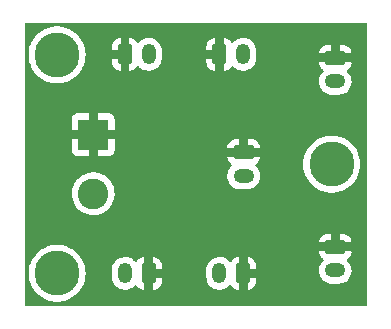
<source format=gbr>
%TF.GenerationSoftware,KiCad,Pcbnew,(6.0.4-0)*%
%TF.CreationDate,2022-05-13T17:31:48+02:00*%
%TF.ProjectId,vcc_distributor,7663635f-6469-4737-9472-696275746f72,rev?*%
%TF.SameCoordinates,Original*%
%TF.FileFunction,Copper,L2,Bot*%
%TF.FilePolarity,Positive*%
%FSLAX46Y46*%
G04 Gerber Fmt 4.6, Leading zero omitted, Abs format (unit mm)*
G04 Created by KiCad (PCBNEW (6.0.4-0)) date 2022-05-13 17:31:48*
%MOMM*%
%LPD*%
G01*
G04 APERTURE LIST*
G04 Aperture macros list*
%AMRoundRect*
0 Rectangle with rounded corners*
0 $1 Rounding radius*
0 $2 $3 $4 $5 $6 $7 $8 $9 X,Y pos of 4 corners*
0 Add a 4 corners polygon primitive as box body*
4,1,4,$2,$3,$4,$5,$6,$7,$8,$9,$2,$3,0*
0 Add four circle primitives for the rounded corners*
1,1,$1+$1,$2,$3*
1,1,$1+$1,$4,$5*
1,1,$1+$1,$6,$7*
1,1,$1+$1,$8,$9*
0 Add four rect primitives between the rounded corners*
20,1,$1+$1,$2,$3,$4,$5,0*
20,1,$1+$1,$4,$5,$6,$7,0*
20,1,$1+$1,$6,$7,$8,$9,0*
20,1,$1+$1,$8,$9,$2,$3,0*%
G04 Aperture macros list end*
%TA.AperFunction,ComponentPad*%
%ADD10RoundRect,0.250000X0.350000X0.625000X-0.350000X0.625000X-0.350000X-0.625000X0.350000X-0.625000X0*%
%TD*%
%TA.AperFunction,ComponentPad*%
%ADD11O,1.200000X1.750000*%
%TD*%
%TA.AperFunction,ComponentPad*%
%ADD12RoundRect,0.250000X-0.350000X-0.625000X0.350000X-0.625000X0.350000X0.625000X-0.350000X0.625000X0*%
%TD*%
%TA.AperFunction,ComponentPad*%
%ADD13C,2.600000*%
%TD*%
%TA.AperFunction,ConnectorPad*%
%ADD14C,3.800000*%
%TD*%
%TA.AperFunction,ComponentPad*%
%ADD15RoundRect,0.250000X-0.625000X0.350000X-0.625000X-0.350000X0.625000X-0.350000X0.625000X0.350000X0*%
%TD*%
%TA.AperFunction,ComponentPad*%
%ADD16O,1.750000X1.200000*%
%TD*%
%TA.AperFunction,ComponentPad*%
%ADD17R,2.600000X2.600000*%
%TD*%
G04 APERTURE END LIST*
D10*
%TO.P,J3,1,Pin_1*%
%TO.N,GND*%
X110000000Y-68250000D03*
D11*
%TO.P,J3,2,Pin_2*%
%TO.N,+5V*%
X108000000Y-68250000D03*
%TD*%
D12*
%TO.P,J2,1,Pin_1*%
%TO.N,GND*%
X108000000Y-49700000D03*
D11*
%TO.P,J2,2,Pin_2*%
%TO.N,+5V*%
X110000000Y-49700000D03*
%TD*%
D13*
%TO.P,REF\u002A\u002A,1*%
%TO.N,N/C*%
X125500000Y-59000000D03*
D14*
X125500000Y-59000000D03*
%TD*%
%TO.P,REF\u002A\u002A,1*%
%TO.N,N/C*%
X102250000Y-68250000D03*
D13*
X102250000Y-68250000D03*
%TD*%
%TO.P,REF\u002A\u002A,1*%
%TO.N,N/C*%
X102250000Y-49750000D03*
D14*
X102250000Y-49750000D03*
%TD*%
D15*
%TO.P,J6,1,Pin_1*%
%TO.N,GND*%
X118050000Y-58000000D03*
D16*
%TO.P,J6,2,Pin_2*%
%TO.N,+5V*%
X118050000Y-60000000D03*
%TD*%
D12*
%TO.P,J4,1,Pin_1*%
%TO.N,GND*%
X116000000Y-49700000D03*
D11*
%TO.P,J4,2,Pin_2*%
%TO.N,+5V*%
X118000000Y-49700000D03*
%TD*%
D15*
%TO.P,J8,1,Pin_1*%
%TO.N,GND*%
X125800000Y-50000000D03*
D16*
%TO.P,J8,2,Pin_2*%
%TO.N,+5V*%
X125800000Y-52000000D03*
%TD*%
D15*
%TO.P,J7,1,Pin_1*%
%TO.N,GND*%
X125800000Y-66000000D03*
D16*
%TO.P,J7,2,Pin_2*%
%TO.N,unconnected-(J7-Pad2)*%
X125800000Y-68000000D03*
%TD*%
D10*
%TO.P,J5,1,Pin_1*%
%TO.N,GND*%
X118000000Y-68250000D03*
D11*
%TO.P,J5,2,Pin_2*%
%TO.N,+5V*%
X116000000Y-68250000D03*
%TD*%
D17*
%TO.P,J1,1,Pin_1*%
%TO.N,GND*%
X105305000Y-56500000D03*
D13*
%TO.P,J1,2,Pin_2*%
%TO.N,+5V*%
X105305000Y-61500000D03*
%TD*%
%TA.AperFunction,Conductor*%
%TO.N,GND*%
G36*
X128433621Y-47028502D02*
G01*
X128480114Y-47082158D01*
X128491500Y-47134500D01*
X128491500Y-70865500D01*
X128471498Y-70933621D01*
X128417842Y-70980114D01*
X128365500Y-70991500D01*
X99634500Y-70991500D01*
X99566379Y-70971498D01*
X99519886Y-70917842D01*
X99508500Y-70865500D01*
X99508500Y-68250000D01*
X99836738Y-68250000D01*
X99855767Y-68552462D01*
X99912555Y-68850154D01*
X100006206Y-69138381D01*
X100007893Y-69141967D01*
X100007895Y-69141971D01*
X100052581Y-69236933D01*
X100135242Y-69412598D01*
X100297630Y-69668480D01*
X100490808Y-69901992D01*
X100711729Y-70109450D01*
X100956910Y-70287584D01*
X101222483Y-70433585D01*
X101226152Y-70435038D01*
X101226157Y-70435040D01*
X101500591Y-70543696D01*
X101504261Y-70545149D01*
X101797800Y-70620516D01*
X102098470Y-70658500D01*
X102401530Y-70658500D01*
X102702200Y-70620516D01*
X102995739Y-70545149D01*
X102999409Y-70543696D01*
X103273843Y-70435040D01*
X103273848Y-70435038D01*
X103277517Y-70433585D01*
X103543090Y-70287584D01*
X103788271Y-70109450D01*
X104009192Y-69901992D01*
X104202370Y-69668480D01*
X104364758Y-69412598D01*
X104447419Y-69236933D01*
X104492105Y-69141971D01*
X104492107Y-69141967D01*
X104493794Y-69138381D01*
X104587445Y-68850154D01*
X104639391Y-68577846D01*
X106891500Y-68577846D01*
X106906548Y-68735566D01*
X106966092Y-68938534D01*
X106968836Y-68943861D01*
X106968836Y-68943862D01*
X107053042Y-69107357D01*
X107062942Y-69126580D01*
X107193604Y-69292920D01*
X107198135Y-69296852D01*
X107198138Y-69296855D01*
X107284058Y-69371412D01*
X107353363Y-69431552D01*
X107358549Y-69434552D01*
X107358553Y-69434555D01*
X107454957Y-69490326D01*
X107536454Y-69537473D01*
X107736271Y-69606861D01*
X107742206Y-69607722D01*
X107742208Y-69607722D01*
X107939664Y-69636352D01*
X107939667Y-69636352D01*
X107945604Y-69637213D01*
X108156899Y-69627433D01*
X108288077Y-69595819D01*
X108356701Y-69579281D01*
X108356703Y-69579280D01*
X108362534Y-69577875D01*
X108367992Y-69575393D01*
X108367996Y-69575392D01*
X108483041Y-69523084D01*
X108555087Y-69490326D01*
X108727611Y-69367946D01*
X108731749Y-69363623D01*
X108731754Y-69363619D01*
X108819164Y-69272309D01*
X108880720Y-69236933D01*
X108951629Y-69240452D01*
X109009379Y-69281749D01*
X109017326Y-69293137D01*
X109048063Y-69342807D01*
X109057099Y-69354208D01*
X109171829Y-69468739D01*
X109183240Y-69477751D01*
X109321243Y-69562816D01*
X109334424Y-69568963D01*
X109488710Y-69620138D01*
X109502086Y-69623005D01*
X109596438Y-69632672D01*
X109602854Y-69633000D01*
X109602885Y-69633000D01*
X109618124Y-69628525D01*
X109619329Y-69627135D01*
X109621000Y-69619452D01*
X109621000Y-69614884D01*
X110379000Y-69614884D01*
X110383475Y-69630123D01*
X110384865Y-69631328D01*
X110392548Y-69632999D01*
X110397095Y-69632999D01*
X110403614Y-69632662D01*
X110499206Y-69622743D01*
X110512600Y-69619851D01*
X110666784Y-69568412D01*
X110679962Y-69562239D01*
X110817807Y-69476937D01*
X110829208Y-69467901D01*
X110943739Y-69353171D01*
X110952751Y-69341760D01*
X111037816Y-69203757D01*
X111043963Y-69190576D01*
X111095138Y-69036290D01*
X111098005Y-69022914D01*
X111107672Y-68928562D01*
X111108000Y-68922146D01*
X111108000Y-68647115D01*
X111103525Y-68631876D01*
X111102135Y-68630671D01*
X111094452Y-68629000D01*
X110397115Y-68629000D01*
X110381876Y-68633475D01*
X110380671Y-68634865D01*
X110379000Y-68642548D01*
X110379000Y-69614884D01*
X109621000Y-69614884D01*
X109621000Y-68577846D01*
X114891500Y-68577846D01*
X114906548Y-68735566D01*
X114966092Y-68938534D01*
X114968836Y-68943861D01*
X114968836Y-68943862D01*
X115053042Y-69107357D01*
X115062942Y-69126580D01*
X115193604Y-69292920D01*
X115198135Y-69296852D01*
X115198138Y-69296855D01*
X115284058Y-69371412D01*
X115353363Y-69431552D01*
X115358549Y-69434552D01*
X115358553Y-69434555D01*
X115454957Y-69490326D01*
X115536454Y-69537473D01*
X115736271Y-69606861D01*
X115742206Y-69607722D01*
X115742208Y-69607722D01*
X115939664Y-69636352D01*
X115939667Y-69636352D01*
X115945604Y-69637213D01*
X116156899Y-69627433D01*
X116288077Y-69595819D01*
X116356701Y-69579281D01*
X116356703Y-69579280D01*
X116362534Y-69577875D01*
X116367992Y-69575393D01*
X116367996Y-69575392D01*
X116483041Y-69523084D01*
X116555087Y-69490326D01*
X116727611Y-69367946D01*
X116731749Y-69363623D01*
X116731754Y-69363619D01*
X116819164Y-69272309D01*
X116880720Y-69236933D01*
X116951629Y-69240452D01*
X117009379Y-69281749D01*
X117017326Y-69293137D01*
X117048063Y-69342807D01*
X117057099Y-69354208D01*
X117171829Y-69468739D01*
X117183240Y-69477751D01*
X117321243Y-69562816D01*
X117334424Y-69568963D01*
X117488710Y-69620138D01*
X117502086Y-69623005D01*
X117596438Y-69632672D01*
X117602854Y-69633000D01*
X117602885Y-69633000D01*
X117618124Y-69628525D01*
X117619329Y-69627135D01*
X117621000Y-69619452D01*
X117621000Y-69614884D01*
X118379000Y-69614884D01*
X118383475Y-69630123D01*
X118384865Y-69631328D01*
X118392548Y-69632999D01*
X118397095Y-69632999D01*
X118403614Y-69632662D01*
X118499206Y-69622743D01*
X118512600Y-69619851D01*
X118666784Y-69568412D01*
X118679962Y-69562239D01*
X118817807Y-69476937D01*
X118829208Y-69467901D01*
X118943739Y-69353171D01*
X118952751Y-69341760D01*
X119037816Y-69203757D01*
X119043963Y-69190576D01*
X119095138Y-69036290D01*
X119098005Y-69022914D01*
X119107672Y-68928562D01*
X119108000Y-68922146D01*
X119108000Y-68647115D01*
X119103525Y-68631876D01*
X119102135Y-68630671D01*
X119094452Y-68629000D01*
X118397115Y-68629000D01*
X118381876Y-68633475D01*
X118380671Y-68634865D01*
X118379000Y-68642548D01*
X118379000Y-69614884D01*
X117621000Y-69614884D01*
X117621000Y-67945604D01*
X124412787Y-67945604D01*
X124422567Y-68156899D01*
X124472125Y-68362534D01*
X124474607Y-68367992D01*
X124474608Y-68367996D01*
X124518053Y-68463546D01*
X124559674Y-68555087D01*
X124682054Y-68727611D01*
X124834850Y-68873881D01*
X125012548Y-68988620D01*
X125018114Y-68990863D01*
X125203168Y-69065442D01*
X125203171Y-69065443D01*
X125208737Y-69067686D01*
X125416337Y-69108228D01*
X125421899Y-69108500D01*
X126127846Y-69108500D01*
X126285566Y-69093452D01*
X126488534Y-69033908D01*
X126572111Y-68990863D01*
X126671249Y-68939804D01*
X126671252Y-68939802D01*
X126676580Y-68937058D01*
X126842920Y-68806396D01*
X126846852Y-68801865D01*
X126846855Y-68801862D01*
X126977621Y-68651167D01*
X126981552Y-68646637D01*
X126984552Y-68641451D01*
X126984555Y-68641447D01*
X127084467Y-68468742D01*
X127087473Y-68463546D01*
X127156861Y-68263729D01*
X127187213Y-68054396D01*
X127177433Y-67843101D01*
X127127875Y-67637466D01*
X127084525Y-67542122D01*
X127042806Y-67450368D01*
X127040326Y-67444913D01*
X126917946Y-67272389D01*
X126913623Y-67268251D01*
X126913619Y-67268246D01*
X126822309Y-67180836D01*
X126786933Y-67119280D01*
X126790452Y-67048371D01*
X126831749Y-66990621D01*
X126843137Y-66982674D01*
X126892807Y-66951937D01*
X126904208Y-66942901D01*
X127018739Y-66828171D01*
X127027751Y-66816760D01*
X127112816Y-66678757D01*
X127118963Y-66665576D01*
X127170138Y-66511290D01*
X127173005Y-66497914D01*
X127182672Y-66403562D01*
X127183000Y-66397146D01*
X127183000Y-66397115D01*
X127178525Y-66381876D01*
X127177135Y-66380671D01*
X127169452Y-66379000D01*
X124435116Y-66379000D01*
X124419877Y-66383475D01*
X124418672Y-66384865D01*
X124417001Y-66392548D01*
X124417001Y-66397095D01*
X124417338Y-66403614D01*
X124427257Y-66499206D01*
X124430149Y-66512600D01*
X124481588Y-66666784D01*
X124487761Y-66679962D01*
X124573063Y-66817807D01*
X124582099Y-66829208D01*
X124696829Y-66943739D01*
X124708240Y-66952751D01*
X124753655Y-66980745D01*
X124801148Y-67033517D01*
X124812572Y-67103589D01*
X124784298Y-67168713D01*
X124765375Y-67187088D01*
X124757080Y-67193604D01*
X124753148Y-67198135D01*
X124753145Y-67198138D01*
X124673531Y-67289885D01*
X124618448Y-67353363D01*
X124615448Y-67358549D01*
X124615445Y-67358553D01*
X124568312Y-67440026D01*
X124512527Y-67536454D01*
X124443139Y-67736271D01*
X124442278Y-67742206D01*
X124442278Y-67742208D01*
X124423642Y-67870742D01*
X124412787Y-67945604D01*
X117621000Y-67945604D01*
X117621000Y-67852885D01*
X118379000Y-67852885D01*
X118383475Y-67868124D01*
X118384865Y-67869329D01*
X118392548Y-67871000D01*
X119089884Y-67871000D01*
X119105123Y-67866525D01*
X119106328Y-67865135D01*
X119107999Y-67857452D01*
X119107999Y-67577905D01*
X119107662Y-67571386D01*
X119097743Y-67475794D01*
X119094851Y-67462400D01*
X119043412Y-67308216D01*
X119037239Y-67295038D01*
X118951937Y-67157193D01*
X118942901Y-67145792D01*
X118828171Y-67031261D01*
X118816760Y-67022249D01*
X118678757Y-66937184D01*
X118665576Y-66931037D01*
X118511290Y-66879862D01*
X118497914Y-66876995D01*
X118403562Y-66867328D01*
X118397145Y-66867000D01*
X118397115Y-66867000D01*
X118381876Y-66871475D01*
X118380671Y-66872865D01*
X118379000Y-66880548D01*
X118379000Y-67852885D01*
X117621000Y-67852885D01*
X117621000Y-66885116D01*
X117616525Y-66869877D01*
X117615135Y-66868672D01*
X117607452Y-66867001D01*
X117602905Y-66867001D01*
X117596386Y-66867338D01*
X117500794Y-66877257D01*
X117487400Y-66880149D01*
X117333216Y-66931588D01*
X117320038Y-66937761D01*
X117182193Y-67023063D01*
X117170792Y-67032099D01*
X117056261Y-67146829D01*
X117047249Y-67158240D01*
X117019255Y-67203655D01*
X116966483Y-67251148D01*
X116896411Y-67262572D01*
X116831287Y-67234298D01*
X116812912Y-67215375D01*
X116806396Y-67207080D01*
X116801865Y-67203148D01*
X116801862Y-67203145D01*
X116651167Y-67072379D01*
X116646637Y-67068448D01*
X116641451Y-67065448D01*
X116641447Y-67065445D01*
X116468742Y-66965533D01*
X116463546Y-66962527D01*
X116263729Y-66893139D01*
X116257794Y-66892278D01*
X116257792Y-66892278D01*
X116060336Y-66863648D01*
X116060333Y-66863648D01*
X116054396Y-66862787D01*
X115843101Y-66872567D01*
X115711923Y-66904181D01*
X115643299Y-66920719D01*
X115643297Y-66920720D01*
X115637466Y-66922125D01*
X115632008Y-66924607D01*
X115632004Y-66924608D01*
X115540766Y-66966092D01*
X115444913Y-67009674D01*
X115272389Y-67132054D01*
X115126119Y-67284850D01*
X115011380Y-67462548D01*
X115009137Y-67468114D01*
X114938536Y-67643299D01*
X114932314Y-67658737D01*
X114891772Y-67866337D01*
X114891500Y-67871899D01*
X114891500Y-68577846D01*
X109621000Y-68577846D01*
X109621000Y-67852885D01*
X110379000Y-67852885D01*
X110383475Y-67868124D01*
X110384865Y-67869329D01*
X110392548Y-67871000D01*
X111089884Y-67871000D01*
X111105123Y-67866525D01*
X111106328Y-67865135D01*
X111107999Y-67857452D01*
X111107999Y-67577905D01*
X111107662Y-67571386D01*
X111097743Y-67475794D01*
X111094851Y-67462400D01*
X111043412Y-67308216D01*
X111037239Y-67295038D01*
X110951937Y-67157193D01*
X110942901Y-67145792D01*
X110828171Y-67031261D01*
X110816760Y-67022249D01*
X110678757Y-66937184D01*
X110665576Y-66931037D01*
X110511290Y-66879862D01*
X110497914Y-66876995D01*
X110403562Y-66867328D01*
X110397145Y-66867000D01*
X110397115Y-66867000D01*
X110381876Y-66871475D01*
X110380671Y-66872865D01*
X110379000Y-66880548D01*
X110379000Y-67852885D01*
X109621000Y-67852885D01*
X109621000Y-66885116D01*
X109616525Y-66869877D01*
X109615135Y-66868672D01*
X109607452Y-66867001D01*
X109602905Y-66867001D01*
X109596386Y-66867338D01*
X109500794Y-66877257D01*
X109487400Y-66880149D01*
X109333216Y-66931588D01*
X109320038Y-66937761D01*
X109182193Y-67023063D01*
X109170792Y-67032099D01*
X109056261Y-67146829D01*
X109047249Y-67158240D01*
X109019255Y-67203655D01*
X108966483Y-67251148D01*
X108896411Y-67262572D01*
X108831287Y-67234298D01*
X108812912Y-67215375D01*
X108806396Y-67207080D01*
X108801865Y-67203148D01*
X108801862Y-67203145D01*
X108651167Y-67072379D01*
X108646637Y-67068448D01*
X108641451Y-67065448D01*
X108641447Y-67065445D01*
X108468742Y-66965533D01*
X108463546Y-66962527D01*
X108263729Y-66893139D01*
X108257794Y-66892278D01*
X108257792Y-66892278D01*
X108060336Y-66863648D01*
X108060333Y-66863648D01*
X108054396Y-66862787D01*
X107843101Y-66872567D01*
X107711923Y-66904181D01*
X107643299Y-66920719D01*
X107643297Y-66920720D01*
X107637466Y-66922125D01*
X107632008Y-66924607D01*
X107632004Y-66924608D01*
X107540766Y-66966092D01*
X107444913Y-67009674D01*
X107272389Y-67132054D01*
X107126119Y-67284850D01*
X107011380Y-67462548D01*
X107009137Y-67468114D01*
X106938536Y-67643299D01*
X106932314Y-67658737D01*
X106891772Y-67866337D01*
X106891500Y-67871899D01*
X106891500Y-68577846D01*
X104639391Y-68577846D01*
X104644233Y-68552462D01*
X104663262Y-68250000D01*
X104644233Y-67947538D01*
X104587445Y-67649846D01*
X104493794Y-67361619D01*
X104487778Y-67348833D01*
X104416866Y-67198138D01*
X104364758Y-67087402D01*
X104202370Y-66831520D01*
X104199600Y-66828171D01*
X104065089Y-66665576D01*
X104009192Y-66598008D01*
X103788271Y-66390550D01*
X103543090Y-66212416D01*
X103277517Y-66066415D01*
X103273848Y-66064962D01*
X103273843Y-66064960D01*
X102999409Y-65956304D01*
X102999408Y-65956304D01*
X102995739Y-65954851D01*
X102702200Y-65879484D01*
X102401530Y-65841500D01*
X102098470Y-65841500D01*
X101797800Y-65879484D01*
X101504261Y-65954851D01*
X101500592Y-65956304D01*
X101500591Y-65956304D01*
X101226157Y-66064960D01*
X101226152Y-66064962D01*
X101222483Y-66066415D01*
X100956910Y-66212416D01*
X100711729Y-66390550D01*
X100490808Y-66598008D01*
X100434911Y-66665576D01*
X100300401Y-66828171D01*
X100297630Y-66831520D01*
X100135242Y-67087402D01*
X100083134Y-67198138D01*
X100012223Y-67348833D01*
X100006206Y-67361619D01*
X99912555Y-67649846D01*
X99855767Y-67947538D01*
X99836738Y-68250000D01*
X99508500Y-68250000D01*
X99508500Y-65602885D01*
X124417000Y-65602885D01*
X124421475Y-65618124D01*
X124422865Y-65619329D01*
X124430548Y-65621000D01*
X125402885Y-65621000D01*
X125418124Y-65616525D01*
X125419329Y-65615135D01*
X125421000Y-65607452D01*
X125421000Y-65602885D01*
X126179000Y-65602885D01*
X126183475Y-65618124D01*
X126184865Y-65619329D01*
X126192548Y-65621000D01*
X127164884Y-65621000D01*
X127180123Y-65616525D01*
X127181328Y-65615135D01*
X127182999Y-65607452D01*
X127182999Y-65602905D01*
X127182662Y-65596386D01*
X127172743Y-65500794D01*
X127169851Y-65487400D01*
X127118412Y-65333216D01*
X127112239Y-65320038D01*
X127026937Y-65182193D01*
X127017901Y-65170792D01*
X126903171Y-65056261D01*
X126891760Y-65047249D01*
X126753757Y-64962184D01*
X126740576Y-64956037D01*
X126586290Y-64904862D01*
X126572914Y-64901995D01*
X126478562Y-64892328D01*
X126472145Y-64892000D01*
X126197115Y-64892000D01*
X126181876Y-64896475D01*
X126180671Y-64897865D01*
X126179000Y-64905548D01*
X126179000Y-65602885D01*
X125421000Y-65602885D01*
X125421000Y-64910116D01*
X125416525Y-64894877D01*
X125415135Y-64893672D01*
X125407452Y-64892001D01*
X125127905Y-64892001D01*
X125121386Y-64892338D01*
X125025794Y-64902257D01*
X125012400Y-64905149D01*
X124858216Y-64956588D01*
X124845038Y-64962761D01*
X124707193Y-65048063D01*
X124695792Y-65057099D01*
X124581261Y-65171829D01*
X124572249Y-65183240D01*
X124487184Y-65321243D01*
X124481037Y-65334424D01*
X124429862Y-65488710D01*
X124426995Y-65502086D01*
X124417328Y-65596438D01*
X124417000Y-65602855D01*
X124417000Y-65602885D01*
X99508500Y-65602885D01*
X99508500Y-61452526D01*
X103492050Y-61452526D01*
X103504947Y-61721019D01*
X103557388Y-61984656D01*
X103648220Y-62237646D01*
X103775450Y-62474431D01*
X103778241Y-62478168D01*
X103778245Y-62478175D01*
X103859887Y-62587506D01*
X103936281Y-62689810D01*
X103939590Y-62693090D01*
X103939595Y-62693096D01*
X104123863Y-62875762D01*
X104127180Y-62879050D01*
X104130942Y-62881808D01*
X104130945Y-62881811D01*
X104243299Y-62964192D01*
X104343954Y-63037995D01*
X104348089Y-63040171D01*
X104348093Y-63040173D01*
X104577698Y-63160975D01*
X104581840Y-63163154D01*
X104835613Y-63251775D01*
X104840206Y-63252647D01*
X105095109Y-63301042D01*
X105095112Y-63301042D01*
X105099698Y-63301913D01*
X105227370Y-63306929D01*
X105363625Y-63312283D01*
X105363630Y-63312283D01*
X105368293Y-63312466D01*
X105472607Y-63301042D01*
X105630844Y-63283713D01*
X105630850Y-63283712D01*
X105635497Y-63283203D01*
X105640021Y-63282012D01*
X105890918Y-63215956D01*
X105890920Y-63215955D01*
X105895441Y-63214765D01*
X105899738Y-63212919D01*
X106138120Y-63110502D01*
X106138122Y-63110501D01*
X106142414Y-63108657D01*
X106261071Y-63035230D01*
X106367017Y-62969669D01*
X106367021Y-62969666D01*
X106370990Y-62967210D01*
X106576149Y-62793530D01*
X106753382Y-62591434D01*
X106898797Y-62365361D01*
X107009199Y-62120278D01*
X107046209Y-61989051D01*
X107080893Y-61866072D01*
X107080894Y-61866069D01*
X107082163Y-61861568D01*
X107100043Y-61721019D01*
X107115688Y-61598045D01*
X107115688Y-61598041D01*
X107116086Y-61594915D01*
X107118571Y-61500000D01*
X107108875Y-61369531D01*
X107098996Y-61236592D01*
X107098996Y-61236591D01*
X107098650Y-61231937D01*
X107088047Y-61185077D01*
X107040361Y-60974331D01*
X107040360Y-60974326D01*
X107039327Y-60969763D01*
X106941902Y-60719238D01*
X106808518Y-60485864D01*
X106795021Y-60468742D01*
X106711293Y-60362534D01*
X106642105Y-60274769D01*
X106446317Y-60090591D01*
X106245965Y-59951601D01*
X106237321Y-59945604D01*
X116662787Y-59945604D01*
X116672567Y-60156899D01*
X116673971Y-60162724D01*
X116673971Y-60162725D01*
X116701858Y-60278437D01*
X116722125Y-60362534D01*
X116724607Y-60367992D01*
X116724608Y-60367996D01*
X116768053Y-60463546D01*
X116809674Y-60555087D01*
X116932054Y-60727611D01*
X117084850Y-60873881D01*
X117262548Y-60988620D01*
X117268114Y-60990863D01*
X117453168Y-61065442D01*
X117453171Y-61065443D01*
X117458737Y-61067686D01*
X117666337Y-61108228D01*
X117671899Y-61108500D01*
X118377846Y-61108500D01*
X118535566Y-61093452D01*
X118738534Y-61033908D01*
X118822111Y-60990863D01*
X118921249Y-60939804D01*
X118921252Y-60939802D01*
X118926580Y-60937058D01*
X119092920Y-60806396D01*
X119096852Y-60801865D01*
X119096855Y-60801862D01*
X119227621Y-60651167D01*
X119231552Y-60646637D01*
X119234552Y-60641451D01*
X119234555Y-60641447D01*
X119334467Y-60468742D01*
X119337473Y-60463546D01*
X119406861Y-60263729D01*
X119407722Y-60257792D01*
X119436352Y-60060336D01*
X119436352Y-60060333D01*
X119437213Y-60054396D01*
X119427433Y-59843101D01*
X119391324Y-59693269D01*
X119379281Y-59643299D01*
X119379280Y-59643297D01*
X119377875Y-59637466D01*
X119359137Y-59596253D01*
X119292806Y-59450368D01*
X119290326Y-59444913D01*
X119167946Y-59272389D01*
X119163623Y-59268251D01*
X119163619Y-59268246D01*
X119072309Y-59180836D01*
X119036933Y-59119280D01*
X119040452Y-59048371D01*
X119075042Y-59000000D01*
X123086738Y-59000000D01*
X123105767Y-59302462D01*
X123162555Y-59600154D01*
X123256206Y-59888381D01*
X123385242Y-60162598D01*
X123547630Y-60418480D01*
X123740808Y-60651992D01*
X123961729Y-60859450D01*
X123964931Y-60861777D01*
X123964933Y-60861778D01*
X123986066Y-60877132D01*
X124206910Y-61037584D01*
X124210379Y-61039491D01*
X124210382Y-61039493D01*
X124469014Y-61181678D01*
X124472483Y-61183585D01*
X124476152Y-61185038D01*
X124476157Y-61185040D01*
X124606363Y-61236592D01*
X124754261Y-61295149D01*
X125047800Y-61370516D01*
X125348470Y-61408500D01*
X125651530Y-61408500D01*
X125952200Y-61370516D01*
X126245739Y-61295149D01*
X126393637Y-61236592D01*
X126523843Y-61185040D01*
X126523848Y-61185038D01*
X126527517Y-61183585D01*
X126530986Y-61181678D01*
X126789618Y-61039493D01*
X126789621Y-61039491D01*
X126793090Y-61037584D01*
X127013934Y-60877132D01*
X127035067Y-60861778D01*
X127035069Y-60861777D01*
X127038271Y-60859450D01*
X127259192Y-60651992D01*
X127452370Y-60418480D01*
X127614758Y-60162598D01*
X127743794Y-59888381D01*
X127837445Y-59600154D01*
X127894233Y-59302462D01*
X127913262Y-59000000D01*
X127894233Y-58697538D01*
X127837445Y-58399846D01*
X127743794Y-58111619D01*
X127614758Y-57837402D01*
X127452370Y-57581520D01*
X127259192Y-57348008D01*
X127038271Y-57140550D01*
X126793090Y-56962416D01*
X126697958Y-56910116D01*
X126530986Y-56818322D01*
X126530985Y-56818321D01*
X126527517Y-56816415D01*
X126523848Y-56814962D01*
X126523843Y-56814960D01*
X126249409Y-56706304D01*
X126249408Y-56706304D01*
X126245739Y-56704851D01*
X125952200Y-56629484D01*
X125651530Y-56591500D01*
X125348470Y-56591500D01*
X125047800Y-56629484D01*
X124754261Y-56704851D01*
X124750592Y-56706304D01*
X124750591Y-56706304D01*
X124476157Y-56814960D01*
X124476152Y-56814962D01*
X124472483Y-56816415D01*
X124469015Y-56818321D01*
X124469014Y-56818322D01*
X124302043Y-56910116D01*
X124206910Y-56962416D01*
X123961729Y-57140550D01*
X123740808Y-57348008D01*
X123547630Y-57581520D01*
X123385242Y-57837402D01*
X123256206Y-58111619D01*
X123162555Y-58399846D01*
X123105767Y-58697538D01*
X123086738Y-59000000D01*
X119075042Y-59000000D01*
X119081749Y-58990621D01*
X119093137Y-58982674D01*
X119142807Y-58951937D01*
X119154208Y-58942901D01*
X119268739Y-58828171D01*
X119277751Y-58816760D01*
X119362816Y-58678757D01*
X119368963Y-58665576D01*
X119420138Y-58511290D01*
X119423005Y-58497914D01*
X119432672Y-58403562D01*
X119433000Y-58397146D01*
X119433000Y-58397115D01*
X119428525Y-58381876D01*
X119427135Y-58380671D01*
X119419452Y-58379000D01*
X116685116Y-58379000D01*
X116669877Y-58383475D01*
X116668672Y-58384865D01*
X116667001Y-58392548D01*
X116667001Y-58397095D01*
X116667338Y-58403614D01*
X116677257Y-58499206D01*
X116680149Y-58512600D01*
X116731588Y-58666784D01*
X116737761Y-58679962D01*
X116823063Y-58817807D01*
X116832099Y-58829208D01*
X116946829Y-58943739D01*
X116958240Y-58952751D01*
X117003655Y-58980745D01*
X117051148Y-59033517D01*
X117062572Y-59103589D01*
X117034298Y-59168713D01*
X117015375Y-59187088D01*
X117007080Y-59193604D01*
X117003148Y-59198135D01*
X117003145Y-59198138D01*
X116912618Y-59302462D01*
X116868448Y-59353363D01*
X116865448Y-59358549D01*
X116865445Y-59358553D01*
X116818312Y-59440026D01*
X116762527Y-59536454D01*
X116693139Y-59736271D01*
X116692278Y-59742206D01*
X116692278Y-59742208D01*
X116667025Y-59916378D01*
X116662787Y-59945604D01*
X106237321Y-59945604D01*
X106229299Y-59940039D01*
X106229296Y-59940037D01*
X106225457Y-59937374D01*
X106221264Y-59935306D01*
X105988564Y-59820551D01*
X105988561Y-59820550D01*
X105984376Y-59818486D01*
X105936745Y-59803239D01*
X105882621Y-59785914D01*
X105728370Y-59736538D01*
X105723763Y-59735788D01*
X105723760Y-59735787D01*
X105467674Y-59694081D01*
X105467675Y-59694081D01*
X105463063Y-59693330D01*
X105332719Y-59691624D01*
X105198961Y-59689873D01*
X105198958Y-59689873D01*
X105194284Y-59689812D01*
X104927937Y-59726060D01*
X104923451Y-59727368D01*
X104923449Y-59727368D01*
X104894565Y-59735787D01*
X104669874Y-59801278D01*
X104425763Y-59913815D01*
X104421854Y-59916378D01*
X104204881Y-60058631D01*
X104204876Y-60058635D01*
X104200968Y-60061197D01*
X104000426Y-60240188D01*
X103968615Y-60278437D01*
X103849607Y-60421529D01*
X103828544Y-60446854D01*
X103689096Y-60676656D01*
X103687287Y-60680970D01*
X103687285Y-60680974D01*
X103669414Y-60723592D01*
X103585148Y-60924545D01*
X103518981Y-61185077D01*
X103492050Y-61452526D01*
X99508500Y-61452526D01*
X99508500Y-57844669D01*
X103497001Y-57844669D01*
X103497371Y-57851490D01*
X103502895Y-57902352D01*
X103506521Y-57917604D01*
X103551676Y-58038054D01*
X103560214Y-58053649D01*
X103636715Y-58155724D01*
X103649276Y-58168285D01*
X103751351Y-58244786D01*
X103766946Y-58253324D01*
X103887394Y-58298478D01*
X103902649Y-58302105D01*
X103953514Y-58307631D01*
X103960328Y-58308000D01*
X104907885Y-58308000D01*
X104923124Y-58303525D01*
X104924329Y-58302135D01*
X104926000Y-58294452D01*
X104926000Y-58289884D01*
X105684000Y-58289884D01*
X105688475Y-58305123D01*
X105689865Y-58306328D01*
X105697548Y-58307999D01*
X106649669Y-58307999D01*
X106656490Y-58307629D01*
X106707352Y-58302105D01*
X106722604Y-58298479D01*
X106843054Y-58253324D01*
X106858649Y-58244786D01*
X106960724Y-58168285D01*
X106973285Y-58155724D01*
X107049786Y-58053649D01*
X107058324Y-58038054D01*
X107103478Y-57917606D01*
X107107105Y-57902351D01*
X107112631Y-57851486D01*
X107113000Y-57844672D01*
X107113000Y-57602885D01*
X116667000Y-57602885D01*
X116671475Y-57618124D01*
X116672865Y-57619329D01*
X116680548Y-57621000D01*
X117652885Y-57621000D01*
X117668124Y-57616525D01*
X117669329Y-57615135D01*
X117671000Y-57607452D01*
X117671000Y-57602885D01*
X118429000Y-57602885D01*
X118433475Y-57618124D01*
X118434865Y-57619329D01*
X118442548Y-57621000D01*
X119414884Y-57621000D01*
X119430123Y-57616525D01*
X119431328Y-57615135D01*
X119432999Y-57607452D01*
X119432999Y-57602905D01*
X119432662Y-57596386D01*
X119422743Y-57500794D01*
X119419851Y-57487400D01*
X119368412Y-57333216D01*
X119362239Y-57320038D01*
X119276937Y-57182193D01*
X119267901Y-57170792D01*
X119153171Y-57056261D01*
X119141760Y-57047249D01*
X119003757Y-56962184D01*
X118990576Y-56956037D01*
X118836290Y-56904862D01*
X118822914Y-56901995D01*
X118728562Y-56892328D01*
X118722145Y-56892000D01*
X118447115Y-56892000D01*
X118431876Y-56896475D01*
X118430671Y-56897865D01*
X118429000Y-56905548D01*
X118429000Y-57602885D01*
X117671000Y-57602885D01*
X117671000Y-56910116D01*
X117666525Y-56894877D01*
X117665135Y-56893672D01*
X117657452Y-56892001D01*
X117377905Y-56892001D01*
X117371386Y-56892338D01*
X117275794Y-56902257D01*
X117262400Y-56905149D01*
X117108216Y-56956588D01*
X117095038Y-56962761D01*
X116957193Y-57048063D01*
X116945792Y-57057099D01*
X116831261Y-57171829D01*
X116822249Y-57183240D01*
X116737184Y-57321243D01*
X116731037Y-57334424D01*
X116679862Y-57488710D01*
X116676995Y-57502086D01*
X116667328Y-57596438D01*
X116667000Y-57602855D01*
X116667000Y-57602885D01*
X107113000Y-57602885D01*
X107113000Y-56897115D01*
X107108525Y-56881876D01*
X107107135Y-56880671D01*
X107099452Y-56879000D01*
X105702115Y-56879000D01*
X105686876Y-56883475D01*
X105685671Y-56884865D01*
X105684000Y-56892548D01*
X105684000Y-58289884D01*
X104926000Y-58289884D01*
X104926000Y-56897115D01*
X104921525Y-56881876D01*
X104920135Y-56880671D01*
X104912452Y-56879000D01*
X103515116Y-56879000D01*
X103499877Y-56883475D01*
X103498672Y-56884865D01*
X103497001Y-56892548D01*
X103497001Y-57844669D01*
X99508500Y-57844669D01*
X99508500Y-56102885D01*
X103497000Y-56102885D01*
X103501475Y-56118124D01*
X103502865Y-56119329D01*
X103510548Y-56121000D01*
X104907885Y-56121000D01*
X104923124Y-56116525D01*
X104924329Y-56115135D01*
X104926000Y-56107452D01*
X104926000Y-56102885D01*
X105684000Y-56102885D01*
X105688475Y-56118124D01*
X105689865Y-56119329D01*
X105697548Y-56121000D01*
X107094884Y-56121000D01*
X107110123Y-56116525D01*
X107111328Y-56115135D01*
X107112999Y-56107452D01*
X107112999Y-55155331D01*
X107112629Y-55148510D01*
X107107105Y-55097648D01*
X107103479Y-55082396D01*
X107058324Y-54961946D01*
X107049786Y-54946351D01*
X106973285Y-54844276D01*
X106960724Y-54831715D01*
X106858649Y-54755214D01*
X106843054Y-54746676D01*
X106722606Y-54701522D01*
X106707351Y-54697895D01*
X106656486Y-54692369D01*
X106649672Y-54692000D01*
X105702115Y-54692000D01*
X105686876Y-54696475D01*
X105685671Y-54697865D01*
X105684000Y-54705548D01*
X105684000Y-56102885D01*
X104926000Y-56102885D01*
X104926000Y-54710116D01*
X104921525Y-54694877D01*
X104920135Y-54693672D01*
X104912452Y-54692001D01*
X103960331Y-54692001D01*
X103953510Y-54692371D01*
X103902648Y-54697895D01*
X103887396Y-54701521D01*
X103766946Y-54746676D01*
X103751351Y-54755214D01*
X103649276Y-54831715D01*
X103636715Y-54844276D01*
X103560214Y-54946351D01*
X103551676Y-54961946D01*
X103506522Y-55082394D01*
X103502895Y-55097649D01*
X103497369Y-55148514D01*
X103497000Y-55155328D01*
X103497000Y-56102885D01*
X99508500Y-56102885D01*
X99508500Y-49750000D01*
X99836738Y-49750000D01*
X99855767Y-50052462D01*
X99912555Y-50350154D01*
X100006206Y-50638381D01*
X100007893Y-50641967D01*
X100007895Y-50641971D01*
X100034661Y-50698852D01*
X100135242Y-50912598D01*
X100137366Y-50915944D01*
X100137366Y-50915945D01*
X100152839Y-50940326D01*
X100297630Y-51168480D01*
X100300149Y-51171525D01*
X100300152Y-51171529D01*
X100318414Y-51193604D01*
X100490808Y-51401992D01*
X100711729Y-51609450D01*
X100956910Y-51787584D01*
X101222483Y-51933585D01*
X101226152Y-51935038D01*
X101226157Y-51935040D01*
X101500591Y-52043696D01*
X101504261Y-52045149D01*
X101797800Y-52120516D01*
X102098470Y-52158500D01*
X102401530Y-52158500D01*
X102702200Y-52120516D01*
X102995739Y-52045149D01*
X102999409Y-52043696D01*
X103247161Y-51945604D01*
X124412787Y-51945604D01*
X124422567Y-52156899D01*
X124472125Y-52362534D01*
X124474607Y-52367992D01*
X124474608Y-52367996D01*
X124518053Y-52463546D01*
X124559674Y-52555087D01*
X124682054Y-52727611D01*
X124834850Y-52873881D01*
X125012548Y-52988620D01*
X125018114Y-52990863D01*
X125203168Y-53065442D01*
X125203171Y-53065443D01*
X125208737Y-53067686D01*
X125416337Y-53108228D01*
X125421899Y-53108500D01*
X126127846Y-53108500D01*
X126285566Y-53093452D01*
X126488534Y-53033908D01*
X126572111Y-52990863D01*
X126671249Y-52939804D01*
X126671252Y-52939802D01*
X126676580Y-52937058D01*
X126842920Y-52806396D01*
X126846852Y-52801865D01*
X126846855Y-52801862D01*
X126977621Y-52651167D01*
X126981552Y-52646637D01*
X126984552Y-52641451D01*
X126984555Y-52641447D01*
X127084467Y-52468742D01*
X127087473Y-52463546D01*
X127156861Y-52263729D01*
X127187213Y-52054396D01*
X127177433Y-51843101D01*
X127127875Y-51637466D01*
X127116196Y-51611778D01*
X127042806Y-51450368D01*
X127040326Y-51444913D01*
X126917946Y-51272389D01*
X126913623Y-51268251D01*
X126913619Y-51268246D01*
X126822309Y-51180836D01*
X126786933Y-51119280D01*
X126790452Y-51048371D01*
X126831749Y-50990621D01*
X126843137Y-50982674D01*
X126892807Y-50951937D01*
X126904208Y-50942901D01*
X127018739Y-50828171D01*
X127027751Y-50816760D01*
X127112816Y-50678757D01*
X127118963Y-50665576D01*
X127170138Y-50511290D01*
X127173005Y-50497914D01*
X127182672Y-50403562D01*
X127183000Y-50397146D01*
X127183000Y-50397115D01*
X127178525Y-50381876D01*
X127177135Y-50380671D01*
X127169452Y-50379000D01*
X124435116Y-50379000D01*
X124419877Y-50383475D01*
X124418672Y-50384865D01*
X124417001Y-50392548D01*
X124417001Y-50397095D01*
X124417338Y-50403614D01*
X124427257Y-50499206D01*
X124430149Y-50512600D01*
X124481588Y-50666784D01*
X124487761Y-50679962D01*
X124573063Y-50817807D01*
X124582099Y-50829208D01*
X124696829Y-50943739D01*
X124708240Y-50952751D01*
X124753655Y-50980745D01*
X124801148Y-51033517D01*
X124812572Y-51103589D01*
X124784298Y-51168713D01*
X124765375Y-51187088D01*
X124757080Y-51193604D01*
X124753148Y-51198135D01*
X124753145Y-51198138D01*
X124684474Y-51277275D01*
X124618448Y-51353363D01*
X124615448Y-51358549D01*
X124615445Y-51358553D01*
X124592081Y-51398940D01*
X124512527Y-51536454D01*
X124443139Y-51736271D01*
X124442278Y-51742206D01*
X124442278Y-51742208D01*
X124414319Y-51935040D01*
X124412787Y-51945604D01*
X103247161Y-51945604D01*
X103273843Y-51935040D01*
X103273848Y-51935038D01*
X103277517Y-51933585D01*
X103543090Y-51787584D01*
X103788271Y-51609450D01*
X104009192Y-51401992D01*
X104181586Y-51193604D01*
X104199848Y-51171529D01*
X104199851Y-51171525D01*
X104202370Y-51168480D01*
X104347161Y-50940326D01*
X104362634Y-50915945D01*
X104362634Y-50915944D01*
X104364758Y-50912598D01*
X104465339Y-50698852D01*
X104492105Y-50641971D01*
X104492107Y-50641967D01*
X104493794Y-50638381D01*
X104580316Y-50372095D01*
X106892001Y-50372095D01*
X106892338Y-50378614D01*
X106902257Y-50474206D01*
X106905149Y-50487600D01*
X106956588Y-50641784D01*
X106962761Y-50654962D01*
X107048063Y-50792807D01*
X107057099Y-50804208D01*
X107171829Y-50918739D01*
X107183240Y-50927751D01*
X107321243Y-51012816D01*
X107334424Y-51018963D01*
X107488710Y-51070138D01*
X107502086Y-51073005D01*
X107596438Y-51082672D01*
X107602854Y-51083000D01*
X107602885Y-51083000D01*
X107618124Y-51078525D01*
X107619329Y-51077135D01*
X107621000Y-51069452D01*
X107621000Y-51064884D01*
X108379000Y-51064884D01*
X108383475Y-51080123D01*
X108384865Y-51081328D01*
X108392548Y-51082999D01*
X108397095Y-51082999D01*
X108403614Y-51082662D01*
X108499206Y-51072743D01*
X108512600Y-51069851D01*
X108666784Y-51018412D01*
X108679962Y-51012239D01*
X108817807Y-50926937D01*
X108829208Y-50917901D01*
X108943739Y-50803171D01*
X108952751Y-50791760D01*
X108980745Y-50746345D01*
X109033517Y-50698852D01*
X109103589Y-50687428D01*
X109168713Y-50715702D01*
X109187088Y-50734625D01*
X109193604Y-50742920D01*
X109198135Y-50746852D01*
X109198138Y-50746855D01*
X109284058Y-50821412D01*
X109353363Y-50881552D01*
X109358549Y-50884552D01*
X109358553Y-50884555D01*
X109460857Y-50943739D01*
X109536454Y-50987473D01*
X109736271Y-51056861D01*
X109742206Y-51057722D01*
X109742208Y-51057722D01*
X109939664Y-51086352D01*
X109939667Y-51086352D01*
X109945604Y-51087213D01*
X110156899Y-51077433D01*
X110288077Y-51045819D01*
X110356701Y-51029281D01*
X110356703Y-51029280D01*
X110362534Y-51027875D01*
X110367992Y-51025393D01*
X110367996Y-51025392D01*
X110498418Y-50966092D01*
X110555087Y-50940326D01*
X110711735Y-50829208D01*
X110722725Y-50821412D01*
X110722726Y-50821411D01*
X110727611Y-50817946D01*
X110873881Y-50665150D01*
X110988620Y-50487452D01*
X111012840Y-50427354D01*
X111035110Y-50372095D01*
X114892001Y-50372095D01*
X114892338Y-50378614D01*
X114902257Y-50474206D01*
X114905149Y-50487600D01*
X114956588Y-50641784D01*
X114962761Y-50654962D01*
X115048063Y-50792807D01*
X115057099Y-50804208D01*
X115171829Y-50918739D01*
X115183240Y-50927751D01*
X115321243Y-51012816D01*
X115334424Y-51018963D01*
X115488710Y-51070138D01*
X115502086Y-51073005D01*
X115596438Y-51082672D01*
X115602854Y-51083000D01*
X115602885Y-51083000D01*
X115618124Y-51078525D01*
X115619329Y-51077135D01*
X115621000Y-51069452D01*
X115621000Y-51064884D01*
X116379000Y-51064884D01*
X116383475Y-51080123D01*
X116384865Y-51081328D01*
X116392548Y-51082999D01*
X116397095Y-51082999D01*
X116403614Y-51082662D01*
X116499206Y-51072743D01*
X116512600Y-51069851D01*
X116666784Y-51018412D01*
X116679962Y-51012239D01*
X116817807Y-50926937D01*
X116829208Y-50917901D01*
X116943739Y-50803171D01*
X116952751Y-50791760D01*
X116980745Y-50746345D01*
X117033517Y-50698852D01*
X117103589Y-50687428D01*
X117168713Y-50715702D01*
X117187088Y-50734625D01*
X117193604Y-50742920D01*
X117198135Y-50746852D01*
X117198138Y-50746855D01*
X117284058Y-50821412D01*
X117353363Y-50881552D01*
X117358549Y-50884552D01*
X117358553Y-50884555D01*
X117460857Y-50943739D01*
X117536454Y-50987473D01*
X117736271Y-51056861D01*
X117742206Y-51057722D01*
X117742208Y-51057722D01*
X117939664Y-51086352D01*
X117939667Y-51086352D01*
X117945604Y-51087213D01*
X118156899Y-51077433D01*
X118288077Y-51045819D01*
X118356701Y-51029281D01*
X118356703Y-51029280D01*
X118362534Y-51027875D01*
X118367992Y-51025393D01*
X118367996Y-51025392D01*
X118498418Y-50966092D01*
X118555087Y-50940326D01*
X118711735Y-50829208D01*
X118722725Y-50821412D01*
X118722726Y-50821411D01*
X118727611Y-50817946D01*
X118873881Y-50665150D01*
X118988620Y-50487452D01*
X119012840Y-50427354D01*
X119065442Y-50296832D01*
X119065443Y-50296829D01*
X119067686Y-50291263D01*
X119108228Y-50083663D01*
X119108500Y-50078101D01*
X119108500Y-49602885D01*
X124417000Y-49602885D01*
X124421475Y-49618124D01*
X124422865Y-49619329D01*
X124430548Y-49621000D01*
X125402885Y-49621000D01*
X125418124Y-49616525D01*
X125419329Y-49615135D01*
X125421000Y-49607452D01*
X125421000Y-49602885D01*
X126179000Y-49602885D01*
X126183475Y-49618124D01*
X126184865Y-49619329D01*
X126192548Y-49621000D01*
X127164884Y-49621000D01*
X127180123Y-49616525D01*
X127181328Y-49615135D01*
X127182999Y-49607452D01*
X127182999Y-49602905D01*
X127182662Y-49596386D01*
X127172743Y-49500794D01*
X127169851Y-49487400D01*
X127118412Y-49333216D01*
X127112239Y-49320038D01*
X127026937Y-49182193D01*
X127017901Y-49170792D01*
X126903171Y-49056261D01*
X126891760Y-49047249D01*
X126753757Y-48962184D01*
X126740576Y-48956037D01*
X126586290Y-48904862D01*
X126572914Y-48901995D01*
X126478562Y-48892328D01*
X126472145Y-48892000D01*
X126197115Y-48892000D01*
X126181876Y-48896475D01*
X126180671Y-48897865D01*
X126179000Y-48905548D01*
X126179000Y-49602885D01*
X125421000Y-49602885D01*
X125421000Y-48910116D01*
X125416525Y-48894877D01*
X125415135Y-48893672D01*
X125407452Y-48892001D01*
X125127905Y-48892001D01*
X125121386Y-48892338D01*
X125025794Y-48902257D01*
X125012400Y-48905149D01*
X124858216Y-48956588D01*
X124845038Y-48962761D01*
X124707193Y-49048063D01*
X124695792Y-49057099D01*
X124581261Y-49171829D01*
X124572249Y-49183240D01*
X124487184Y-49321243D01*
X124481037Y-49334424D01*
X124429862Y-49488710D01*
X124426995Y-49502086D01*
X124417328Y-49596438D01*
X124417000Y-49602855D01*
X124417000Y-49602885D01*
X119108500Y-49602885D01*
X119108500Y-49372154D01*
X119093452Y-49214434D01*
X119033908Y-49011466D01*
X119005360Y-48956037D01*
X118939804Y-48828751D01*
X118939802Y-48828748D01*
X118937058Y-48823420D01*
X118806396Y-48657080D01*
X118801865Y-48653148D01*
X118801862Y-48653145D01*
X118651167Y-48522379D01*
X118646637Y-48518448D01*
X118641451Y-48515448D01*
X118641447Y-48515445D01*
X118468742Y-48415533D01*
X118463546Y-48412527D01*
X118263729Y-48343139D01*
X118257794Y-48342278D01*
X118257792Y-48342278D01*
X118060336Y-48313648D01*
X118060333Y-48313648D01*
X118054396Y-48312787D01*
X117843101Y-48322567D01*
X117711923Y-48354181D01*
X117643299Y-48370719D01*
X117643297Y-48370720D01*
X117637466Y-48372125D01*
X117632008Y-48374607D01*
X117632004Y-48374608D01*
X117516959Y-48426916D01*
X117444913Y-48459674D01*
X117272389Y-48582054D01*
X117268251Y-48586377D01*
X117268246Y-48586381D01*
X117180836Y-48677691D01*
X117119280Y-48713067D01*
X117048371Y-48709548D01*
X116990621Y-48668251D01*
X116982674Y-48656863D01*
X116951937Y-48607193D01*
X116942901Y-48595792D01*
X116828171Y-48481261D01*
X116816760Y-48472249D01*
X116678757Y-48387184D01*
X116665576Y-48381037D01*
X116511290Y-48329862D01*
X116497914Y-48326995D01*
X116403562Y-48317328D01*
X116397145Y-48317000D01*
X116397115Y-48317000D01*
X116381876Y-48321475D01*
X116380671Y-48322865D01*
X116379000Y-48330548D01*
X116379000Y-51064884D01*
X115621000Y-51064884D01*
X115621000Y-50097115D01*
X115616525Y-50081876D01*
X115615135Y-50080671D01*
X115607452Y-50079000D01*
X114910116Y-50079000D01*
X114894877Y-50083475D01*
X114893672Y-50084865D01*
X114892001Y-50092548D01*
X114892001Y-50372095D01*
X111035110Y-50372095D01*
X111065442Y-50296832D01*
X111065443Y-50296829D01*
X111067686Y-50291263D01*
X111108228Y-50083663D01*
X111108500Y-50078101D01*
X111108500Y-49372154D01*
X111101891Y-49302885D01*
X114892000Y-49302885D01*
X114896475Y-49318124D01*
X114897865Y-49319329D01*
X114905548Y-49321000D01*
X115602885Y-49321000D01*
X115618124Y-49316525D01*
X115619329Y-49315135D01*
X115621000Y-49307452D01*
X115621000Y-48335116D01*
X115616525Y-48319877D01*
X115615135Y-48318672D01*
X115607452Y-48317001D01*
X115602905Y-48317001D01*
X115596386Y-48317338D01*
X115500794Y-48327257D01*
X115487400Y-48330149D01*
X115333216Y-48381588D01*
X115320038Y-48387761D01*
X115182193Y-48473063D01*
X115170792Y-48482099D01*
X115056261Y-48596829D01*
X115047249Y-48608240D01*
X114962184Y-48746243D01*
X114956037Y-48759424D01*
X114904862Y-48913710D01*
X114901995Y-48927086D01*
X114892328Y-49021438D01*
X114892000Y-49027855D01*
X114892000Y-49302885D01*
X111101891Y-49302885D01*
X111093452Y-49214434D01*
X111033908Y-49011466D01*
X111005360Y-48956037D01*
X110939804Y-48828751D01*
X110939802Y-48828748D01*
X110937058Y-48823420D01*
X110806396Y-48657080D01*
X110801865Y-48653148D01*
X110801862Y-48653145D01*
X110651167Y-48522379D01*
X110646637Y-48518448D01*
X110641451Y-48515448D01*
X110641447Y-48515445D01*
X110468742Y-48415533D01*
X110463546Y-48412527D01*
X110263729Y-48343139D01*
X110257794Y-48342278D01*
X110257792Y-48342278D01*
X110060336Y-48313648D01*
X110060333Y-48313648D01*
X110054396Y-48312787D01*
X109843101Y-48322567D01*
X109711923Y-48354181D01*
X109643299Y-48370719D01*
X109643297Y-48370720D01*
X109637466Y-48372125D01*
X109632008Y-48374607D01*
X109632004Y-48374608D01*
X109516959Y-48426916D01*
X109444913Y-48459674D01*
X109272389Y-48582054D01*
X109268251Y-48586377D01*
X109268246Y-48586381D01*
X109180836Y-48677691D01*
X109119280Y-48713067D01*
X109048371Y-48709548D01*
X108990621Y-48668251D01*
X108982674Y-48656863D01*
X108951937Y-48607193D01*
X108942901Y-48595792D01*
X108828171Y-48481261D01*
X108816760Y-48472249D01*
X108678757Y-48387184D01*
X108665576Y-48381037D01*
X108511290Y-48329862D01*
X108497914Y-48326995D01*
X108403562Y-48317328D01*
X108397145Y-48317000D01*
X108397115Y-48317000D01*
X108381876Y-48321475D01*
X108380671Y-48322865D01*
X108379000Y-48330548D01*
X108379000Y-51064884D01*
X107621000Y-51064884D01*
X107621000Y-50097115D01*
X107616525Y-50081876D01*
X107615135Y-50080671D01*
X107607452Y-50079000D01*
X106910116Y-50079000D01*
X106894877Y-50083475D01*
X106893672Y-50084865D01*
X106892001Y-50092548D01*
X106892001Y-50372095D01*
X104580316Y-50372095D01*
X104587445Y-50350154D01*
X104644233Y-50052462D01*
X104663262Y-49750000D01*
X104644233Y-49447538D01*
X104616639Y-49302885D01*
X106892000Y-49302885D01*
X106896475Y-49318124D01*
X106897865Y-49319329D01*
X106905548Y-49321000D01*
X107602885Y-49321000D01*
X107618124Y-49316525D01*
X107619329Y-49315135D01*
X107621000Y-49307452D01*
X107621000Y-48335116D01*
X107616525Y-48319877D01*
X107615135Y-48318672D01*
X107607452Y-48317001D01*
X107602905Y-48317001D01*
X107596386Y-48317338D01*
X107500794Y-48327257D01*
X107487400Y-48330149D01*
X107333216Y-48381588D01*
X107320038Y-48387761D01*
X107182193Y-48473063D01*
X107170792Y-48482099D01*
X107056261Y-48596829D01*
X107047249Y-48608240D01*
X106962184Y-48746243D01*
X106956037Y-48759424D01*
X106904862Y-48913710D01*
X106901995Y-48927086D01*
X106892328Y-49021438D01*
X106892000Y-49027855D01*
X106892000Y-49302885D01*
X104616639Y-49302885D01*
X104587445Y-49149846D01*
X104515066Y-48927086D01*
X104495020Y-48865392D01*
X104495020Y-48865391D01*
X104493794Y-48861619D01*
X104473601Y-48818705D01*
X104422235Y-48709548D01*
X104364758Y-48587402D01*
X104359165Y-48578588D01*
X104292196Y-48473063D01*
X104202370Y-48331520D01*
X104198844Y-48327257D01*
X104143930Y-48260879D01*
X104009192Y-48098008D01*
X103788271Y-47890550D01*
X103543090Y-47712416D01*
X103277517Y-47566415D01*
X103273848Y-47564962D01*
X103273843Y-47564960D01*
X102999409Y-47456304D01*
X102999408Y-47456304D01*
X102995739Y-47454851D01*
X102702200Y-47379484D01*
X102401530Y-47341500D01*
X102098470Y-47341500D01*
X101797800Y-47379484D01*
X101504261Y-47454851D01*
X101500592Y-47456304D01*
X101500591Y-47456304D01*
X101226157Y-47564960D01*
X101226152Y-47564962D01*
X101222483Y-47566415D01*
X100956910Y-47712416D01*
X100711729Y-47890550D01*
X100490808Y-48098008D01*
X100356070Y-48260879D01*
X100301157Y-48327257D01*
X100297630Y-48331520D01*
X100207804Y-48473063D01*
X100140836Y-48578588D01*
X100135242Y-48587402D01*
X100077765Y-48709548D01*
X100026400Y-48818705D01*
X100006206Y-48861619D01*
X100004980Y-48865391D01*
X100004980Y-48865392D01*
X99984934Y-48927086D01*
X99912555Y-49149846D01*
X99855767Y-49447538D01*
X99836738Y-49750000D01*
X99508500Y-49750000D01*
X99508500Y-47134500D01*
X99528502Y-47066379D01*
X99582158Y-47019886D01*
X99634500Y-47008500D01*
X128365500Y-47008500D01*
X128433621Y-47028502D01*
G37*
%TD.AperFunction*%
%TD*%
M02*

</source>
